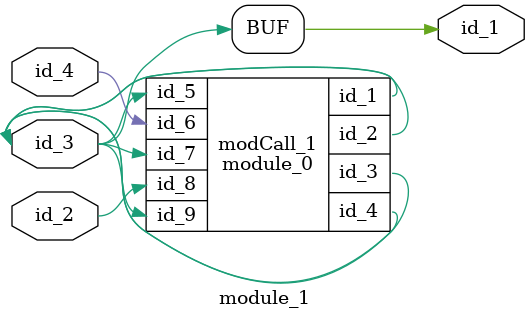
<source format=v>
module module_0 (
    id_1,
    id_2,
    id_3,
    id_4,
    id_5,
    id_6,
    id_7,
    id_8,
    id_9
);
  input wire id_9;
  input wire id_8;
  input wire id_7;
  input wire id_6;
  input wire id_5;
  output wire id_4;
  output wire id_3;
  output wire id_2;
  output wire id_1;
  assign id_2 = id_5;
  wire id_10, id_11, id_12;
  assign id_4 = 1;
endmodule
module module_1 (
    id_1,
    id_2,
    id_3,
    id_4
);
  input wire id_4;
  inout wire id_3;
  input wire id_2;
  output wire id_1;
  assign id_1 = id_3;
  module_0 modCall_1 (
      id_3,
      id_3,
      id_1,
      id_3,
      id_3,
      id_4,
      id_3,
      id_2,
      id_3
  );
endmodule

</source>
